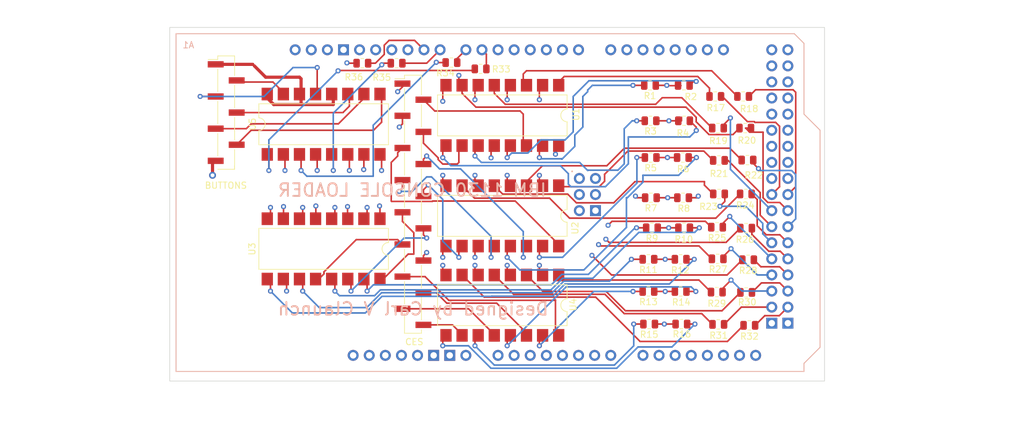
<source format=kicad_pcb>
(kicad_pcb (version 20221018) (generator pcbnew)
  (layers (0 "F.Cu" signal) (1 "In1.Cu" signal) (2 "In2.Cu" power) (31 "B.Cu" signal) (34 "B.Paste" user) (35 "F.Paste" user) (36 "B.SilkS" user "B.Silkscreen") (37 "F.SilkS" user "F.Silkscreen") (38 "B.Mask" user) (39 "F.Mask" user) (44 "Edge.Cuts" user))
  (net 0 "")
  (net 44 "unconnected-(A1-PadD28)")
  (net 54 "Net-(A1-PadD38)")
  (net 55 "Net-(A1-PadD39)")
  (net 56 "Net-(A1-PadD40)")
  (net 57 "Net-(A1-PadD41)")
  (net 58 "Net-(A1-PadD42)")
  (net 59 "Net-(A1-PadD43)")
  (net 60 "Net-(A1-PadD44)")
  (net 61 "Net-(A1-PadD45)")
  (net 62 "Net-(A1-PadD46)")
  (net 63 "Net-(A1-PadD47)")
  (net 64 "Net-(A1-PadD48)")
  (net 65 "Net-(A1-PadD49)")
  (net 66 "Net-(A1-D50_MISO)")
  (net 67 "Net-(A1-D51_MOSI)")
  (net 68 "Net-(A1-D52_SCK)")
  (net 69 "Net-(A1-D53_CS)")
  (net 74 "GND")
  (net 83 "+12V")
  (net 84 "Net-(R1-Pad2)")
  (net 85 "Net-(R2-Pad2)")
  (net 86 "Net-(R3-Pad2)")
  (net 87 "Net-(R4-Pad2)")
  (net 88 "Net-(R5-Pad2)")
  (net 89 "Net-(R6-Pad2)")
  (net 90 "Net-(R7-Pad2)")
  (net 91 "Net-(R8-Pad2)")
  (net 92 "Net-(R9-Pad2)")
  (net 93 "Net-(R10-Pad2)")
  (net 94 "Net-(R11-Pad2)")
  (net 95 "Net-(R12-Pad2)")
  (net 96 "Net-(R13-Pad2)")
  (net 97 "Net-(R14-Pad2)")
  (net 98 "Net-(R15-Pad2)")
  (net 99 "Net-(R16-Pad2)")
  (net 100 "Net-(J1-Pin_4)")
  (net 101 "Net-(J1-Pin_3)")
  (net 102 "Net-(J1-Pin_2)")
  (net 103 "Net-(J1-Pin_1)")
  (net 104 "Net-(J1-Pin_8)")
  (net 105 "Net-(J1-Pin_7)")
  (net 106 "Net-(J1-Pin_6)")
  (net 107 "Net-(J1-Pin_5)")
  (net 108 "Net-(J1-Pin_9)")
  (net 109 "Net-(J1-Pin_12)")
  (net 110 "Net-(J1-Pin_11)")
  (net 111 "Net-(J1-Pin_10)")
  (net 112 "Net-(J1-Pin_16)")
  (net 113 "Net-(J1-Pin_15)")
  (net 114 "Net-(J1-Pin_14)")
  (net 115 "Net-(J1-Pin_13)")
  (net 116 "Net-(J2-Pin_6)")
  (net 117 "Net-(J2-Pin_5)")
  (net 118 "Net-(J2-Pin_4)")
  (net 119 "Net-(J2-Pin_3)")
  (net 120 "Net-(J2-Pin_2)")
  (net 122 "Net-(R17-Pad1)")
  (net 123 "Net-(R18-Pad1)")
  (net 124 "Net-(R19-Pad1)")
  (net 125 "Net-(R20-Pad1)")
  (net 126 "Net-(R21-Pad1)")
  (net 127 "Net-(R22-Pad1)")
  (net 128 "Net-(R23-Pad1)")
  (net 129 "Net-(R24-Pad1)")
  (net 130 "Net-(R25-Pad1)")
  (net 131 "Net-(R26-Pad1)")
  (net 132 "Net-(R27-Pad1)")
  (net 133 "Net-(R28-Pad1)")
  (net 134 "Net-(R29-Pad1)")
  (net 135 "Net-(R30-Pad1)")
  (net 136 "Net-(R31-Pad1)")
  (net 137 "Net-(R32-Pad1)")
  (net 138 "Net-(R33-Pad2)")
  (net 139 "Net-(R34-Pad2)")
  (net 140 "Net-(R35-Pad2)")
  (net 141 "Net-(R36-Pad2)")
  (net 142 "Net-(A1-PadD8)")
  (net 143 "Net-(A1-PadD7)")
  (net 144 "Net-(A1-PadD6)")
  (net 148 "Net-(A1-PadD9)")
  (footprint "Resistor_SMD:R_0805_2012Metric" (layer "F.Cu") (at 177.0505 77.5 180)
    (fp_text reference "R3")
    (fp_text value "470")
  )
  (footprint "Resistor_SMD:R_0805_2012Metric" (layer "F.Cu") (at 187.6375 99.3)
    (fp_text reference "R27")
    (fp_text value "470")
  )
  (footprint "Resistor_SMD:R_0805_2012Metric" (layer "F.Cu") (at 177.1075 89.65 180)
    (fp_text reference "R7")
    (fp_text value "470")
  )
  (footprint "Resistor_SMD:R_0805_2012Metric" (layer "F.Cu") (at 187.5375 94.3)
    (fp_text reference "R25")
    (fp_text value "470")
  )
  (footprint "Resistor_SMD:R_0805_2012Metric" (layer "F.Cu") (at 192.3375 83.7)
    (fp_text reference "R22")
    (fp_text value "470")
  )
  (footprint "Resistor_SMD:R_0805_2012Metric" (layer "F.Cu") (at 187.85 89.05)
    (fp_text reference "R23")
    (fp_text value "470")
  )
  (footprint "Resistor_SMD:R_0805_2012Metric" (layer "F.Cu") (at 182.15 83.3)
    (fp_text reference "R6")
    (fp_text value "470")
  )
  (footprint "Resistor_SMD:R_0805_2012Metric" (layer "F.Cu") (at 192.4375 99.45)
    (fp_text reference "R28")
    (fp_text value "470")
  )
  (footprint "Resistor_SMD:R_0805_2012Metric" (layer "F.Cu") (at 187.6875 78.65)
    (fp_text reference "R19")
    (fp_text value "470")
  )
  (footprint "Resistor_SMD:R_0805_2012Metric" (layer "F.Cu") (at 176.8325 109.6 180)
    (fp_text reference "R15")
    (fp_text value "470")
  )
  (footprint "Resistor_SMD:R_0805_2012Metric" (layer "F.Cu") (at 181.9125 109.6)
    (fp_text reference "R16")
    (fp_text value "470")
  )
  (footprint "Resistor_SMD:R_0805_2012Metric" (layer "F.Cu") (at 182.1875 89.65)
    (fp_text reference "R8")
    (fp_text value "470")
  )
  (footprint "Resistor_SMD:R_0805_2012Metric" (layer "F.Cu") (at 150.2375 69.3 180)
    (fp_text reference "R33")
    (fp_text value "470")
  )
  (footprint "Resistor_SMD:R_0805_2012Metric" (layer "F.Cu") (at 187.8375 83.75)
    (fp_text reference "R21")
    (fp_text value "470")
  )
  (footprint "Resistor_SMD:R_0805_2012Metric" (layer "F.Cu") (at 191.6625 73.65)
    (fp_text reference "R18")
    (fp_text value "470")
  )
  (footprint "Resistor_SMD:R_0805_2012Metric" (layer "F.Cu") (at 182.3375 77.5)
    (fp_text reference "R4")
    (fp_text value "470")
  )
  (footprint "Resistor_SMD:R_0805_2012Metric" (layer "F.Cu") (at 187.2625 73.65)
    (fp_text reference "R17")
    (fp_text value "470")
  )
  (footprint "Resistor_SMD:R_0805_2012Metric" (layer "F.Cu") (at 192.125 94.45)
    (fp_text reference "R26")
    (fp_text value "470")
  )
  (footprint "Resistor_SMD:R_0805_2012Metric" (layer "F.Cu") (at 187.7375 109.65)
    (fp_text reference "R31")
    (fp_text value "470")
  )
  (footprint "PCM_arduino-library:Arduino_Mega2560_R3_Shield" (layer "F.Cu") (at 102.194 117.084237)
    (fp_text reference "A1")
    (fp_text value " ")
  )
  (footprint "Resistor_SMD:R_0805_2012Metric" (layer "F.Cu") (at 176.72 99.37 180)
    (fp_text reference "R11")
    (fp_text value "470")
  )
  (footprint "Resistor_SMD:R_0805_2012Metric" (layer "F.Cu") (at 181.8 99.37)
    (fp_text reference "R12")
    (fp_text value "470")
  )
  (footprint "Resistor_SMD:R_0805_2012Metric" (layer "F.Cu") (at 181.8 104.45)
    (fp_text reference "R14")
    (fp_text value "470")
  )
  (footprint "Resistor_SMD:R_0805_2012Metric" (layer "F.Cu") (at 145.6375 68.3 180)
    (fp_text reference "R34")
    (fp_text value "470")
  )
  (footprint "Resistor_SMD:R_0805_2012Metric" (layer "F.Cu") (at 182.35 94.4)
    (fp_text reference "R10")
    (fp_text value "470")
  )
  (footprint "Package_DIP:SMDIP-16_W9.53mm" (layer "F.Cu") (at 125.476 78.039 90)
    (fp_text reference "U5")
    (fp_text value "LTV-847S" hide)
  )
  (footprint "Resistor_SMD:R_0805_2012Metric" (layer "F.Cu") (at 177.07 83.3 180)
    (fp_text reference "R5")
    (fp_text value "470")
  )
  (footprint "Package_DIP:SMDIP-16_W9.53mm" (layer "F.Cu") (at 153.67 76.647 -90)
    (fp_text reference "U1")
    (fp_text value "LTV-847S" hide)
  )
  (footprint "Package_DIP:SMDIP-16_W9.53mm" (layer "F.Cu") (at 153.67 92.517 -90)
    (fp_text reference "U2")
    (fp_text value "LTV-847S" hide)
  )
  (footprint "Resistor_SMD:R_0805_2012Metric" (layer "F.Cu") (at 176.966 71.9 180)
    (fp_text reference "R1")
    (fp_text value "470")
  )
  (footprint "Resistor_SMD:R_0805_2012Metric" (layer "F.Cu") (at 192.0875 89.05)
    (fp_text reference "R24")
    (fp_text value "470")
  )
  (footprint "Resistor_SMD:R_0805_2012Metric" (layer "F.Cu") (at 192.6375 109.8)
    (fp_text reference "R32")
    (fp_text value "470")
  )
  (footprint "Resistor_SMD:R_0805_2012Metric" (layer "F.Cu") (at 176.72 104.45 180)
    (fp_text reference "R13")
    (fp_text value "470")
  )
  (footprint "Resistor_SMD:R_0805_2012Metric" (layer "F.Cu") (at 192.1375 104.6)
    (fp_text reference "R30")
    (fp_text value "470")
  )
  (footprint "Resistor_SMD:R_0805_2012Metric" (layer "F.Cu") (at 131.5875 68.4 180)
    (fp_text reference "R36")
    (fp_text value "470")
  )
  (footprint "Resistor_SMD:R_0805_2012Metric" (layer "F.Cu") (at 136.9875 68.4 180)
    (fp_text reference "R35")
    (fp_text value "470")
  )
  (footprint "Package_DIP:SMDIP-16_W9.53mm" (layer "F.Cu") (at 125.476 97.729 -90)
    (fp_text reference "U3")
    (fp_text value "LTV-847S" hide)
  )
  (footprint "Resistor_SMD:R_0805_2012Metric" (layer "F.Cu") (at 182.3 71.9)
    (fp_text reference "R2")
    (fp_text value "470")
  )
  (footprint "Package_DIP:SMDIP-16_W9.53mm" (layer "F.Cu") (at 153.67 106.619 -90)
    (fp_text reference "U4")
    (fp_text value "LTV-847S" hide)
  )
  (footprint "Connector_PinHeader_2.54mm:PinHeader_1x16_P2.54mm_Vertical_SMD_Pin1Left" (layer "F.Cu") (at 139.569 90.678)
    (fp_text reference "J1" hide)
    (fp_text value "CES" hide)
  )
  (footprint "Resistor_SMD:R_0805_2012Metric" (layer "F.Cu") (at 191.9875 78.65)
    (fp_text reference "R20")
    (fp_text value "470")
  )
  (footprint "Resistor_SMD:R_0805_2012Metric" (layer "F.Cu") (at 187.5 104.55)
    (fp_text reference "R29")
    (fp_text value "470")
  )
  (footprint "Connector_PinHeader_2.54mm:PinHeader_1x07_P2.54mm_Vertical_SMD_Pin1Left" (layer "F.Cu") (at 110.105 76.2)
    (fp_text reference "J2" hide)
    (fp_text value "BUTTONS" hide)
  )
  (footprint "Resistor_SMD:R_0805_2012Metric" (layer "F.Cu") (at 177.27 94.4 180)
    (fp_text reference "R9")
    (fp_text value "470")
  )
  (gr_rect (start 101.2 62.75) (end 204.5 118.6) (stroke (width 0.1)) (fill none) (layer "Edge.Cuts"))
  (gr_text "IBM 1130 CONSOLE LOADER" (at 139.45 88.45) (layer "B.SilkS") (effects (font (size 2 2) (thickness 0.3)) (justify mirror)))
  (gr_text "Designed by Carl V Claunch" (at 139.6 107.2) (layer "B.SilkS") (effects (font (size 2 2) (thickness 0.3)) (justify mirror)))
  (gr_text "CES" (at 138.25 113) (layer "F.SilkS") (effects (font (size 1 1)) (justify left bottom)))
  (gr_text "BUTTONS" (at 106.65 88.3) (layer "F.SilkS") (effects (font (size 1 1)) (justify left bottom)))
  (segment (start 188.175 73.65) (end 188.362163 73.65) (width 0.25) (layer "F.Cu") (net 54))
  (segment (start 197.4 87.918237) (end 196.174 89.144237) (width 0.25) (layer "F.Cu") (net 54))
  (segment (start 193.525674 77.75) (end 196.781824 77.75) (width 0.25) (layer "F.Cu") (net 54))
  (segment (start 196.781824 77.75) (end 197.4 78.368176) (width 0.25) (layer "F.Cu") (net 54))
  (segment (start 193.400674 77.625) (end 193.525674 77.75) (width 0.25) (layer "F.Cu") (net 54))
  (segment (start 188.362163 73.65) (end 192.337163 77.625) (width 0.25) (layer "F.Cu") (net 54))
  (segment (start 192.337163 77.625) (end 193.400674 77.625) (width 0.25) (layer "F.Cu") (net 54))
  (segment (start 197.4 78.368176) (end 197.4 87.918237) (width 0.25) (layer "F.Cu") (net 54))
  (segment (start 199.95 87.908237) (end 198.714 89.144237) (width 0.25) (layer "F.Cu") (net 55))
  (segment (start 199.55 72.6) (end 199.95 73) (width 0.25) (layer "F.Cu") (net 55))
  (segment (start 192.575 73.65) (end 193.625 72.6) (width 0.25) (layer "F.Cu") (net 55))
  (segment (start 193.625 72.6) (end 199.55 72.6) (width 0.25) (layer "F.Cu") (net 55))
  (segment (start 199.95 73) (end 199.95 87.908237) (width 0.25) (layer "F.Cu") (net 55))
  (segment (start 188.6 78.65) (end 188.6 78.1) (width 0.25) (layer "F.Cu") (net 56))
  (segment (start 188.6 78.1) (end 189.65 77.05) (width 0.25) (layer "F.Cu") (net 56))
  (via (at 189.65 77.05) (size 0.8) (drill 0.4) (layers "F.Cu" "B.Cu") (net 56))
  (segment (start 189.65 85.160237) (end 196.174 91.684237) (width 0.25) (layer "B.Cu") (net 56))
  (segment (start 189.65 77.05) (end 189.65 85.160237) (width 0.25) (layer "B.Cu") (net 56))
  (segment (start 192.7 79.3) (end 192.05 78.65) (width 0.25) (layer "F.Cu") (net 57))
  (segment (start 195.55 90.4) (end 194.8 89.65) (width 0.25) (layer "F.Cu") (net 57))
  (segment (start 194.8 89.65) (end 194.8 79.3) (width 0.25) (layer "F.Cu") (net 57))
  (segment (start 192.05 78.65) (end 192.9 78.65) (width 0.25) (layer "F.Cu") (net 57))
  (segment (start 194.8 79.3) (end 192.7 79.3) (width 0.25) (layer "F.Cu") (net 57))
  (segment (start 198.714 91.684237) (end 197.429763 90.4) (width 0.25) (layer "F.Cu") (net 57))
  (segment (start 197.429763 90.4) (end 195.55 90.4) (width 0.25) (layer "F.Cu") (net 57))
  (segment (start 189.2625 83.75) (end 194.35 88.8375) (width 0.25) (layer "F.Cu") (net 58))
  (segment (start 194.35 88.8375) (end 194.35 92.400237) (width 0.25) (layer "F.Cu") (net 58))
  (segment (start 188.75 83.75) (end 189.2625 83.75) (width 0.25) (layer "F.Cu") (net 58))
  (segment (start 194.35 92.400237) (end 196.174 94.224237) (width 0.25) (layer "F.Cu") (net 58))
  (segment (start 193.25 84.2245) (end 193.25 83.7) (width 0.25) (layer "F.Cu") (net 59))
  (segment (start 194.0755 85.05) (end 193.25 84.2245) (width 0.25) (layer "F.Cu") (net 59))
  (via (at 194.0755 85.05) (size 0.8) (drill 0.4) (layers "F.Cu" "B.Cu") (net 59))
  (segment (start 199.95 92.988237) (end 198.714 94.224237) (width 0.25) (layer "B.Cu") (net 59))
  (segment (start 194.3755 85.35) (end 199.3 85.35) (width 0.25) (layer "B.Cu") (net 59))
  (segment (start 194.0755 85.05) (end 194.3755 85.35) (width 0.25) (layer "B.Cu") (net 59))
  (segment (start 199.95 86) (end 199.95 92.988237) (width 0.25) (layer "B.Cu") (net 59))
  (segment (start 199.3 85.35) (end 199.95 86) (width 0.25) (layer "B.Cu") (net 59))
  (segment (start 188.7625 89.05) (end 188.7625 90.2375) (width 0.25) (layer "F.Cu") (net 60))
  (segment (start 188.7625 90.2375) (end 188 91) (width 0.25) (layer "F.Cu") (net 60))
  (via (at 188 91) (size 0.8) (drill 0.4) (layers "F.Cu" "B.Cu") (net 60))
  (segment (start 194.75 95.340237) (end 196.174 96.764237) (width 0.25) (layer "B.Cu") (net 60))
  (segment (start 188 91) (end 192.05 91) (width 0.25) (layer "B.Cu") (net 60))
  (segment (start 192.05 91) (end 194.75 93.7) (width 0.25) (layer "B.Cu") (net 60))
  (segment (start 194.75 93.7) (end 194.75 95.340237) (width 0.25) (layer "B.Cu") (net 60))
  (segment (start 193 89.05) (end 193.875 89.925) (width 0.25) (layer "F.Cu") (net 61))
  (segment (start 197.449763 95.5) (end 198.714 96.764237) (width 0.25) (layer "F.Cu") (net 61))
  (segment (start 193.875 89.925) (end 193.875 94.075) (width 0.25) (layer "F.Cu") (net 61))
  (segment (start 193.875 94.075) (end 195.3 95.5) (width 0.25) (layer "F.Cu") (net 61))
  (segment (start 195.3 95.5) (end 197.449763 95.5) (width 0.25) (layer "F.Cu") (net 61))
  (segment (start 188.45 94.3) (end 188.45 93.7) (width 0.25) (layer "F.Cu") (net 62))
  (segment (start 188.45 93.7) (end 189.55 92.6) (width 0.25) (layer "F.Cu") (net 62))
  (via (at 189.55 92.6) (size 0.8) (drill 0.4) (layers "F.Cu" "B.Cu") (net 62))
  (segment (start 189.55 92.680237) (end 196.174 99.304237) (width 0.25) (layer "B.Cu") (net 62))
  (segment (start 189.55 92.6) (end 189.55 92.680237) (width 0.25) (layer "B.Cu") (net 62))
  (segment (start 197.509763 98.1) (end 198.714 99.304237) (width 0.25) (layer "F.Cu") (net 63))
  (segment (start 193.0375 94.45) (end 193.0375 95.4375) (width 0.25) (layer "F.Cu") (net 63))
  (segment (start 195.7 98.1) (end 197.509763 98.1) (width 0.25) (layer "F.Cu") (net 63))
  (segment (start 193.0375 95.4375) (end 195.7 98.1) (width 0.25) (layer "F.Cu") (net 63))
  (segment (start 188.55 98.9) (end 189.75 97.7) (width 0.25) (layer "F.Cu") (net 64))
  (segment (start 188.55 99.3) (end 188.55 98.9) (width 0.25) (layer "F.Cu") (net 64))
  (via (at 189.75 97.7) (size 0.8) (drill 0.4) (layers "F.Cu" "B.Cu") (net 64))
  (segment (start 193.894237 101.844237) (end 196.174 101.844237) (width 0.25) (layer "B.Cu") (net 64))
  (segment (start 189.75 97.7) (end 193.894237 101.844237) (width 0.25) (layer "B.Cu") (net 64))
  (segment (start 197.419763 100.55) (end 198.714 101.844237) (width 0.25) (layer "F.Cu") (net 65))
  (segment (start 194.45 100.55) (end 197.419763 100.55) (width 0.25) (layer "F.Cu") (net 65))
  (segment (start 193.35 99.45) (end 194.45 100.55) (width 0.25) (layer "F.Cu") (net 65))
  (segment (start 188.4125 104.55) (end 188.4125 103.9875) (width 0.25) (layer "F.Cu") (net 66))
  (segment (start 188.4125 103.9875) (end 189.75 102.65) (width 0.25) (layer "F.Cu") (net 66))
  (via (at 189.75 102.65) (size 0.8) (drill 0.4) (layers "F.Cu" "B.Cu") (net 66))
  (segment (start 189.75 102.65) (end 191.484237 104.384237) (width 0.25) (layer "B.Cu") (net 66))
  (segment (start 191.484237 104.384237) (end 196.174 104.384237) (width 0.25) (layer "B.Cu") (net 66))
  (segment (start 194.55 103.1) (end 197.429763 103.1) (width 0.25) (layer "F.Cu") (net 67))
  (segment (start 197.429763 103.1) (end 198.714 104.384237) (width 0.25) (layer "F.Cu") (net 67))
  (segment (start 193.05 104.6) (end 194.55 103.1) (width 0.25) (layer "F.Cu") (net 67))
  (segment (start 188.65 109.65) (end 191.375763 106.924237) (width 0.25) (layer "F.Cu") (net 68))
  (segment (start 191.375763 106.924237) (end 196.174 106.924237) (width 0.25) (layer "F.Cu") (net 68))
  (segment (start 195.074363 108.275637) (end 197.3626 108.275637) (width 0.25) (layer "F.Cu") (net 69))
  (segment (start 193.55 109.8) (end 195.074363 108.275637) (width 0.25) (layer "F.Cu") (net 69))
  (segment (start 197.3626 108.275637) (end 198.714 106.924237) (width 0.25) (layer "F.Cu") (net 69))
  (segment (start 179.9135 94.4) (end 178.1825 94.4) (width 0.25) (layer "F.Cu") (net 74))
  (segment (start 127.254 92.964) (end 127.254 91.186) (width 0.25) (layer "F.Cu") (net 74))
  (segment (start 132.334 92.964) (end 132.334 91.1865) (width 0.25) (layer "F.Cu") (net 74))
  (segment (start 177.6325 104.45) (end 179.3635 104.45) (width 0.25) (layer "F.Cu") (net 74))
  (segment (start 154.432 87.752) (end 154.432 86.106) (width 0.25) (layer "F.Cu") (net 74))
  (segment (start 177.745 109.6) (end 179.222 109.6) (width 0.25) (layer "F.Cu") (net 74))
  (segment (start 179.6095 71.9) (end 179.6565 71.947) (width 0.25) (layer "F.Cu") (net 74))
  (segment (start 179.9135 94.4) (end 181.4375 94.4) (width 0.25) (layer "F.Cu") (net 74))
  (segment (start 107.95 86.106) (end 107.95 84.32) (width 0.5) (layer "F.Cu") (net 74))
  (segment (start 134.62 82.804) (end 134.62 85.344) (width 0.25) (layer "F.Cu") (net 74))
  (segment (start 119.38 82.804) (end 119.38 85.344) (width 0.25) (layer "F.Cu") (net 74))
  (segment (start 159.512 87.752) (end 159.512 86.106) (width 0.25) (layer "F.Cu") (net 74))
  (segment (start 159.512 101.722) (end 159.512 100.33) (width 0.25) (layer "F.Cu") (net 74))
  (segment (start 144.272 71.882) (end 144.272 74.422) (width 0.25) (layer "F.Cu") (net 74))
  (segment (start 129.54 82.804) (end 129.54 85.344) (width 0.25) (layer "F.Cu") (net 74))
  (segment (start 159.512 71.882) (end 159.512 74.168) (width 0.25) (layer "F.Cu") (net 74))
  (segment (start 149.352 101.722) (end 149.352 100.33) (width 0.25) (layer "F.Cu") (net 74))
  (segment (start 107.95 84.32) (end 108.45 83.82) (width 0.25) (layer "F.Cu") (net 74))
  (segment (start 179.6565 71.947) (end 181.8485 71.947) (width 0.25) (layer "F.Cu") (net 74))
  (segment (start 122.174 92.964) (end 122.174 91.186) (width 0.25) (layer "F.Cu") (net 74))
  (segment (start 149.352 87.752) (end 149.352 86.106) (width 0.25) (layer "F.Cu") (net 74))
  (segment (start 179.948 77.5) (end 177.963 77.5) (width 0.25) (layer "F.Cu") (net 74))
  (segment (start 177.963 77.5) (end 177.963 76.945) (width 0.25) (layer "F.Cu") (net 74))
  (segment (start 177.8785 71.9) (end 179.6095 71.9) (width 0.25) (layer "F.Cu") (net 74))
  (segment (start 181.933 77.5) (end 181.933 76.945) (width 0.25) (layer "F.Cu") (net 74))
  (segment (start 181.275 89.65) (end 179.751 89.65) (width 0.25) (layer "F.Cu") (net 74))
  (segment (start 124.46 82.804) (end 124.46 85.344) (width 0.25) (layer "F.Cu") (net 74))
  (segment (start 177.6325 99.37) (end 179.3635 99.37) (width 0.25) (layer "F.Cu") (net 74))
  (segment (start 154.432 71.882) (end 154.432 74.168) (width 0.25) (layer "F.Cu") (net 74))
  (segment (start 177.9825 83.3) (end 179.7135 83.3) (width 0.25) (layer "F.Cu") (net 74))
  (segment (start 180.8875 104.45) (end 179.3635 104.45) (width 0.25) (layer "F.Cu") (net 74))
  (segment (start 178.02 89.65) (end 179.751 89.65) (width 0.25) (layer "F.Cu") (net 74))
  (segment (start 154.432 101.722) (end 154.432 100.33) (width 0.25) (layer "F.Cu") (net 74))
  (segment (start 179.7135 83.3) (end 181.2375 83.3) (width 0.25) (layer "F.Cu") (net 74))
  (segment (start 181 109.6) (end 179.222 109.6) (width 0.25) (layer "F.Cu") (net 74))
  (segment (start 181.425 77.5) (end 179.948 77.5) (width 0.25) (layer "F.Cu") (net 74))
  (segment (start 149.352 71.882) (end 149.352 74.168) (width 0.25) (layer "F.Cu") (net 74))
  (segment (start 180.8875 99.37) (end 179.3635 99.37) (width 0.25) (layer "F.Cu") (net 74))
  (segment (start 117.094 92.964) (end 117.094 91.186) (width 0.25) (layer "F.Cu") (net 74))
  (segment (start 144.272 87.752) (end 144.272 86.106) (width 0.25) (layer "F.Cu") (net 74))
  (segment (start 144.272 101.722) (end 144.272 100.33) (width 0.25) (layer "F.Cu") (net 74))
  (via (at 159.512 100.33) (size 0.8) (drill 0.4) (layers "F.Cu" "B.Cu") (net 74))
  (via (at 179.3635 104.45) (size 0.8) (drill 0.4) (layers "F.Cu" "B.Cu") (net 74))
  (via (at 159.512 74.168) (size 0.8) (drill 0.4) (layers "F.Cu" "B.Cu") (net 74))
  (via (at 179.751 89.65) (size 0.8) (drill 0.4) (layers "F.Cu" "B.Cu") (net 74))
  (via (at 179.6095 71.9) (size 0.8) (drill 0.4) (layers "F.Cu" "B.Cu") (net 74))
  (via (at 154.432 86.106) (size 0.8) (drill 0.4) (layers "F.Cu" "B.Cu") (net 74))
  (via (at 127.254 91.186) (size 0.8) (drill 0.4) (layers "F.Cu" "B.Cu") (net 74))
  (via (at 179.222 109.6) (size 0.8) (drill 0.4) (layers "F.Cu" "B.Cu") (net 74))
  (via (at 154.432 100.33) (size 0.8) (drill 0.4) (layers "F.Cu" "B.Cu") (net 74))
  (via (at 179.948 77.5) (size 0.8) (drill 0.4) (layers "F.Cu" "B.Cu") (net 74))
  (via (at 149.352 86.106) (size 0.8) (drill 0.4) (layers "F.Cu" "B.Cu") (net 74))
  (via (at 107.95 86.106) (size 1.1) (drill 0.6) (layers "F.Cu" "B.Cu") (net 74))
  (via (at 144.272 100.33) (size 0.8) (drill 0.4) (layers "F.Cu" "B.Cu") (net 74))
  (via (at 149.352 100.33) (size 0.8) (drill 0.4) (layers "F.Cu" "B.Cu") (net 74))
  (via (at 132.334 91.1865) (size 0.8) (drill 0.4) (layers "F.Cu" "B.Cu") (net 74))
  (via (at 144.272 74.422) (size 0.8) (drill 0.4) (layers "F.Cu" "B.Cu") (net 74))
  (via (at 129.54 85.344) (size 0.8) (drill 0.4) (layers "F.Cu" "B.Cu") (net 74))
  (via (at 179.9135 94.4) (size 0.8) (drill 0.4) (layers "F.Cu" "B.Cu") (net 74))
  (via (at 154.432 74.168) (size 0.8) (drill 0.4) (layers "F.Cu" "B.Cu") (net 74))
  (via (at 124.46 85.344) (size 0.8) (drill 0.4) (layers "F.Cu" "B.Cu") (net 74))
  (via (at 149.352 74.168) (size 0.8) (drill 0.4) (layers "F.Cu" "B.Cu") (net 74))
  (via (at 134.62 85.344) (size 0.8) (drill 0.4) (layers "F.Cu" "B.Cu") (net 74))
  (via (at 179.7135 83.3) (size 0.8) (drill 0.4) (layers "F.Cu" "B.Cu") (net 74))
  (via (at 117.094 91.186) (size 0.8) (drill 0.4) (layers "F.Cu" "B.Cu") (net 74))
  (via (at 159.512 86.106) (size 0.8) (drill 0.4) (layers "F.Cu" "B.Cu") (net 74))
  (via (at 119.38 85.344) (size 0.8) (drill 0.4) (layers "F.Cu" "B.Cu") (net 74))
  (via (at 179.3635 99.37) (size 0.8) (drill 0.4) (layers "F.Cu" "B.Cu") (net 74))
  (via (at 144.272 86.106) (size 0.8) (drill 0.4) (layers "F.Cu" "B.Cu") (net 74))
  (via (at 122.174 91.186) (size 0.8) (drill 0.4) (layers "F.Cu" "B.Cu") (net 74))
  (segment (start 117.602 74.93) (end 122.174 74.93) (width 0.5) (layer "F.Cu") (net 83))
  (segment (start 108.45 68.58) (end 114.3 68.58) (width 0.5) (layer "F.Cu") (net 83))
  (segment (start 114.554 68.834) (end 116.332 70.612) (width 0.5) (layer "F.Cu") (net 83))
  (segment (start 121.666 70.612) (end 121.92 70.866) (width 0.5) (layer "F.Cu") (net 83))
  (segment (start 122.174 74.93) (end 127 74.93) (width 0.5) (layer "F.Cu") (net 83))
  (segment (start 121.92 74.676) (end 122.174 74.93) (width 0.25) (layer "F.Cu") (net 83))
  (segment (start 127 73.274) (end 127 74.93) (width 0.5) (layer "F.Cu") (net 83))
  (segment (start 116.84 74.168) (end 117.602 74.93) (width 0.5) (layer "F.Cu") (net 83))
  (segment (start 116.84 73.274) (end 116.84 74.168) (width 0.25) (layer "F.Cu") (net 83))
  (segment (start 114.3 68.58) (end 114.554 68.834) (width 0.25) (layer "F.Cu") (net 83))
  (segment (start 121.92 73.274) (end 121.92 70.866) (width 0.5) (layer "F.Cu") (net 83))
  (segment (start 116.332 70.612) (end 121.666 70.612) (width 0.5) (layer "F.Cu") (net 83))
  (segment (start 121.92 73.274) (end 121.92 74.676) (width 0.5) (layer "F.Cu") (net 83))
  (segment (start 159.512 81.412) (end 159.512 83.312) (width 0.25) (layer "F.Cu") (net 84))
  (segment (start 176.0535 71.9) (end 176.0535 71.56293) (width 0.25) (layer "F.Cu") (net 84))
  (segment (start 176.0535 71.9) (end 174.2755 71.9) (width 0.25) (layer "F.Cu") (net 84))
  (via (at 174.2755 71.9) (size 0.8) (drill 0.4) (layers "F.Cu" "B.Cu") (net 84))
  (via (at 159.512 83.312) (size 0.8) (drill 0.4) (layers "F.Cu" "B.Cu") (net 84))
  (segment (start 165.1 81.534) (end 163.068 83.566) (width 0.25) (layer "B.Cu") (net 84))
  (segment (start 167.876 71.9) (end 167.132 72.644) (width 0.25) (layer "B.Cu") (net 84))
  (segment (start 165.1 79.756) (end 165.1 81.534) (width 0.25) (layer "B.Cu") (net 84))
  (segment (start 166.37 73.66) (end 166.37 78.486) (width 0.25) (layer "B.Cu") (net 84))
  (segment (start 159.699237 83.499237) (end 159.512 83.312) (width 0.25) (layer "B.Cu") (net 84))
  (segment (start 174.2755 71.9) (end 167.876 71.9) (width 0.25) (layer "B.Cu") (net 84))
  (segment (start 163.001237 83.499237) (end 159.699237 83.499237) (width 0.25) (layer "B.Cu") (net 84))
  (segment (start 166.37 78.486) (end 165.1 79.756) (width 0.25) (layer "B.Cu") (net 84))
  (segment (start 167.132 72.898) (end 166.37 73.66) (width 0.25) (layer "B.Cu") (net 84))
  (segment (start 163.068 83.566) (end 163.001237 83.499237) (width 0.25) (layer "B.Cu") (net 84))
  (segment (start 167.132 72.644) (end 167.132 72.898) (width 0.25) (layer "B.Cu") (net 84))
  (segment (start 154.432 81.412) (end 154.432 83.312) (width 0.25) (layer "F.Cu") (net 85))
  (segment (start 183.834487 71.278013) (end 183.2125 71.9) (width 0.25) (layer "F.Cu") (net 85))
  (segment (start 184.251506 71.278013) (end 183.834487 71.278013) (width 0.25) (layer "F.Cu") (net 85))
  (via (at 154.432 83.312) (size 0.8) (drill 0.4) (layers "F.Cu" "B.Cu") (net 85))
  (via (at 184.251506 71.278013) (size 0.8) (drill 0.4) (layers "F.Cu" "B.Cu") (net 85))
  (segment (start 157.697 82.587) (end 155.157 82.587) (width 0.25) (layer "B.Cu") (net 85))
  (segment (start 163.576 80.518) (end 159.766 80.518) (width 0.25) (layer "B.Cu") (net 85))
  (segment (start 167.331 71.175) (end 164.846 73.66) (width 0.25) (layer "B.Cu") (net 85))
  (segment (start 184.067513 71.278013) (end 184.251506 71.278013) (width 0.25) (layer "B.Cu") (net 85))
  (segment (start 155.157 82.587) (end 154.432 83.312) (width 0.25) (layer "B.Cu") (net 85))
  (segment (start 184.148493 71.175) (end 167.331 71.175) (width 0.25) (layer "B.Cu") (net 85))
  (segment (start 184.251506 71.278013) (end 184.148493 71.175) (width 0.25) (layer "B.Cu") (net 85))
  (segment (start 164.846 73.66) (end 164.846 79.248) (width 0.25) (layer "B.Cu") (net 85))
  (segment (start 164.846 79.248) (end 163.576 80.518) (width 0.25) (layer "B.Cu") (net 85))
  (segment (start 159.766 80.518) (end 157.697 82.587) (width 0.25) (layer "B.Cu") (net 85))
  (segment (start 176.138 77.5) (end 174.868 77.5) (width 0.25) (layer "F.Cu") (net 86))
  (segment (start 149.352 81.412) (end 149.352 83.058) (width 0.25) (layer "F.Cu") (net 86))
  (via (at 174.868 77.5) (size 0.8) (drill 0.4) (layers "F.Cu" "B.Cu") (net 86))
  (via (at 149.352 83.058) (size 0.8) (drill 0.4) (layers "F.Cu" "B.Cu") (net 86))
  (segment (start 165.862 84.074) (end 150.368 84.074) (width 0.25) (layer "B.Cu") (net 86))
  (segment (start 167.132 85.344) (end 165.862 84.074) (width 0.25) (layer "B.Cu") (net 86))
  (segment (start 167.176 85.3) (end 167.132 85.344) (width 0.25) (layer "B.Cu") (net 86))
  (segment (start 172.9 78.75) (end 172.9 84.3) (width 0.25) (layer "B.Cu") (net 86))
  (segment (start 174.15 77.5) (end 172.9 78.75) (width 0.25) (layer "B.Cu") (net 86))
  (segment (start 174.868 77.5) (end 174.15 77.5) (width 0.25) (layer "B.Cu") (net 86))
  (segment (start 150.368 84.074) (end 149.352 83.058) (width 0.25) (layer "B.Cu") (net 86))
  (segment (start 171.9 85.3) (end 167.176 85.3) (width 0.25) (layer "B.Cu") (net 86))
  (segment (start 172.9 84.3) (end 171.9 85.3) (width 0.25) (layer "B.Cu") (net 86))
  (segment (start 144.272 81.412) (end 144.272 83.312) (width 0.25) (layer "F.Cu") (net 87))
  (segment (start 184.266 79.024) (end 184.266 78.516) (width 0.25) (layer "F.Cu") (net 87))
  (segment (start 184.266 78.516) (end 183.25 77.5) (width 0.25) (layer "F.Cu") (net 87))
  (via (at 184.266 79.024) (size 0.8) (drill 0.4) (layers "F.Cu" "B.Cu") (net 87))
  (via (at 144.272 83.312) (size 0.8) (drill 0.4) (layers "F.Cu" "B.Cu") (net 87))
  (segment (start 173.55 84.286396) (end 173.55 80.05) (width 0.25) (layer "B.Cu") (net 87))
  (segment (start 162.814 84.582) (end 164.084 85.852) (width 0.25) (layer "B.Cu") (net 87))
  (segment (start 145.542 84.582) (end 162.814 84.582) (width 0.25) (layer "B.Cu") (net 87))
  (segment (start 144.272 83.312) (end 145.542 84.582) (width 0.25) (layer "B.Cu") (net 87))
  (segment (start 164.084 87.5) (end 164.484 87.9) (width 0.25) (layer "B.Cu") (net 87))
  (segment (start 164.084 85.852) (end 164.084 87.5) (width 0.25) (layer "B.Cu") (net 87))
  (segment (start 173.55 80.05) (end 183.24 80.05) (width 0.25) (layer "B.Cu") (net 87))
  (segment (start 183.24 80.05) (end 184.266 79.024) (width 0.25) (layer "B.Cu") (net 87))
  (segment (start 169.936396 87.9) (end 173.55 84.286396) (width 0.25) (layer "B.Cu") (net 87))
  (segment (start 164.484 87.9) (end 169.936396 87.9) (width 0.25) (layer "B.Cu") (net 87))
  (segment (start 176.1575 83.3) (end 174.8875 83.3) (width 0.25) (layer "F.Cu") (net 88))
  (segment (start 159.512 97.282) (end 159.512 99.06) (width 0.25) (layer "F.Cu") (net 88))
  (via (at 159.512 99.06) (size 0.8) (drill 0.4) (layers "F.Cu" "B.Cu") (net 88))
  (via (at 174.8875 83.3) (size 0.8) (drill 0.4) (layers "F.Cu" "B.Cu") (net 88))
  (segment (start 174.9 87.332057) (end 174.9 83.3125) (width 0.25) (layer "B.Cu") (net 88))
  (segment (start 163.172057 99.06) (end 174.9 87.332057) (width 0.25) (layer "B.Cu") (net 88))
  (segment (start 159.512 99.06) (end 163.172057 99.06) (width 0.25) (layer "B.Cu") (net 88))
  (segment (start 174.9 83.3125) (end 174.8875 83.3) (width 0.25) (layer "B.Cu") (net 88))
  (segment (start 183.0625 83.3) (end 184.2855 83.3) (width 0.25) (layer "F.Cu") (net 89))
  (segment (start 154.432 97.282) (end 154.432 99.06) (width 0.25) (layer "F.Cu") (net 89))
  (via (at 184.2855 83.3) (size 0.8) (drill 0.4) (layers "F.Cu" "B.Cu") (net 89))
  (via (at 154.432 99.06) (size 0.8) (drill 0.4) (layers "F.Cu" "B.Cu") (net 89))
  (segment (start 173.391695 89.65) (end 173.25 89.65) (width 0.25) (layer "B.Cu") (net 89))
  (segment (start 156.427 101.055) (end 166.5305 101.055) (width 0.25) (layer "B.Cu") (net 89))
  (segment (start 166.5305 101.055) (end 173.25 94.3355) (width 0.25) (layer "B.Cu") (net 89))
  (segment (start 181.4855 86.1) (end 184.2855 83.3) (width 0.25) (layer "B.Cu") (net 89))
  (segment (start 175.85 87.191695) (end 173.391695 89.65) (width 0.25) (layer "B.Cu") (net 89))
  (segment (start 173.25 94.3355) (end 173.25 89.65) (width 0.25) (layer "B.Cu") (net 89))
  (segment (start 175.85 86.1) (end 175.85 87.191695) (width 0.25) (layer "B.Cu") (net 89))
  (segment (start 154.432 99.06) (end 156.427 101.055) (width 0.25) (layer "B.Cu") (net 89))
  (segment (start 175.85 86.1) (end 181.4855 86.1) (width 0.25) (layer "B.Cu") (net 89))
  (segment (start 176.195 89.65) (end 174.925 89.65) (width 0.25) (layer "F.Cu") (net 90))
  (segment (start 174.925 89.65) (end 174.671 89.396) (width 0.25) (layer "F.Cu") (net 90))
  (segment (start 149.352 97.282) (end 149.352 99.06) (width 0.25) (layer "F.Cu") (net 90))
  (via (at 174.671 89.396) (size 0.8) (drill 0.4) (layers "F.Cu" "B.Cu") (net 90))
  (via (at 149.352 99.06) (size 0.8) (drill 0.4) (layers "F.Cu" "B.Cu") (net 90))
  (segment (start 144.272 97.282) (end 144.272 99.06) (width 0.25) (layer "F.Cu") (net 91))
  (segment (start 183.1 89.65) (end 184.323 89.65) (width 0.25) (layer "F.Cu") (net 91))
  (segment (start 184.323 89.65) (end 184.577 89.396) (width 0.25) (layer "F.Cu") (net 91))
  (via (at 184.577 89.396) (size 0.8) (drill 0.4) (layers "F.Cu" "B.Cu") (net 91))
  (via (at 144.272 99.06) (size 0.8) (drill 0.4) (layers "F.Cu" "B.Cu") (net 91))
  (segment (start 176.3575 94.4) (end 174.8335 94.4) (width 0.25) (layer "F.Cu") (net 92))
  (segment (start 132.334 102.494) (end 132.334 104.394) (width 0.25) (layer "F.Cu") (net 92))
  (via (at 174.8335 94.4) (size 0.8) (drill 0.4) (layers "F.Cu" "B.Cu") (net 92))
  (via (at 132.334 104.394) (size 0.8) (drill 0.4) (layers "F.Cu" "B.Cu") (net 92))
  (segment (start 161.4 103.4) (end 133.328 103.4) (width 0.25) (layer "B.Cu") (net 92))
  (segment (start 174.6 94.4) (end 167.25 101.75) (width 0.25) (layer "B.Cu") (net 92))
  (segment (start 174.8335 94.4) (end 174.6 94.4) (width 0.25) (layer "B.Cu") (net 92))
  (segment (start 167.25 101.75) (end 163.05 101.75) (width 0.25) (layer "B.Cu") (net 92))
  (segment (start 163.05 101.75) (end 161.4 103.4) (width 0.25) (layer "B.Cu") (net 92))
  (segment (start 133.328 103.4) (end 132.334 104.394) (width 0.25) (layer "B.Cu") (net 92))
  (segment (start 183.2625 94.4) (end 184.7395 94.4) (width 0.25) (layer "F.Cu") (net 93))
  (segment (start 127.254 102.494) (end 127.254 104.394) (width 0.25) (layer "F.Cu") (net 93))
  (via (at 127.254 104.394) (size 0.8) (drill 0.4) (layers "F.Cu" "B.Cu") (net 93))
  (via (at 184.7395 94.4) (size 0.8) (drill 0.4) (layers "F.Cu" "B.Cu") (net 93))
  (segment (start 161.354812 104.198) (end 134.433604 104.198) (width 0.25) (layer "B.Cu") (net 93))
  (segment (start 184.0145 95.125) (end 175.2 95.125) (width 0.25) (layer "B.Cu") (net 93))
  (segment (start 134.433604 104.198) (end 133.512604 105.119) (width 0.25) (layer "B.Cu") (net 93))
  (segment (start 163.177812 102.375) (end 161.354812 104.198) (width 0.25) (layer "B.Cu") (net 93))
  (segment (start 133.512604 105.119) (end 127.979 105.119) (width 0.25) (layer "B.Cu") (net 93))
  (segment (start 167.95 102.375) (end 163.177812 102.375) (width 0.25) (layer "B.Cu") (net 93))
  (segment (start 175.2 95.125) (end 167.95 102.375) (width 0.25) (layer "B.Cu") (net 93))
  (segment (start 127.979 105.119) (end 127.254 104.394) (width 0.25) (layer "B.Cu") (net 93))
  (segment (start 184.7395 94.4) (end 184.0145 95.125) (width 0.25) (layer "B.Cu") (net 93))
  (segment (start 175.8075 99.37) (end 174.0295 99.37) (width 0.25) (layer "F.Cu") (net 94))
  (segment (start 122.174 102.494) (end 122.174 104.394) (width 0.25) (layer "F.Cu") (net 94))
  (via (at 174.0295 99.37) (size 0.8) (drill 0.4) (layers "F.Cu" "B.Cu") (net 94))
  (via (at 122.174 104.394) (size 0.8) (drill 0.4) (layers "F.Cu" "B.Cu") (net 94))
  (segment (start 124.78 107) (end 122.174 104.394) (width 0.25) (layer "B.Cu") (net 94))
  (segment (start 161.541208 104.648) (end 134.62 104.648) (width 0.25) (layer "B.Cu") (net 94))
  (segment (start 163.364208 102.825) (end 161.541208 104.648) (width 0.25) (layer "B.Cu") (net 94))
  (segment (start 174.0295 99.37) (end 170.5745 102.825) (width 0.25) (layer "B.Cu") (net 94))
  (segment (start 170.5745 102.825) (end 163.364208 102.825) (width 0.25) (layer "B.Cu") (net 94))
  (segment (start 134.62 104.648) (end 132.268 107) (width 0.25) (layer "B.Cu") (net 94))
  (segment (start 132.268 107) (end 124.78 107) (width 0.25) (layer "B.Cu") (net 94))
  (segment (start 117.094 102.494) (end 117.094 104.394) (width 0.25) (layer "F.Cu") (net 95))
  (segment (start 182.7125 99.37) (end 183.9355 99.37) (width 0.25) (layer "F.Cu") (net 95))
  (via (at 117.094 104.394) (size 0.8) (drill 0.4) (layers "F.Cu" "B.Cu") (net 95))
  (via (at 183.9355 99.37) (size 0.8) (drill 0.4) (layers "F.Cu" "B.Cu") (net 95))
  (segment (start 152 105.2) (end 151.972802 105.227198) (width 0.25) (layer "B.Cu") (net 95))
  (segment (start 117.094 104.394) (end 120.55 107.85) (width 0.25) (layer "B.Cu") (net 95))
  (segment (start 180.0305 103.275) (end 163.550604 103.275) (width 0.25) (layer "B.Cu") (net 95))
  (segment (start 183.9355 99.37) (end 180.0305 103.275) (width 0.25) (layer "B.Cu") (net 95))
  (segment (start 163.550604 103.275) (end 161.625604 105.2) (width 0.25) (layer "B.Cu") (net 95))
  (segment (start 161.625604 105.2) (end 152 105.2) (width 0.25) (layer "B.Cu") (net 95))
  (segment (start 151.972802 105.227198) (end 134.677198 105.227198) (width 0.25) (layer "B.Cu") (net 95))
  (segment (start 132.054396 107.85) (end 134.677198 105.227198) (width 0.25) (layer "B.Cu") (net 95))
  (segment (start 120.55 107.85) (end 132.054396 107.85) (width 0.25) (layer "B.Cu") (net 95))
  (segment (start 175.8075 104.45) (end 174.2835 104.45) (width 0.25) (layer "F.Cu") (net 96))
  (segment (start 159.512 111.252) (end 159.512 113.03) (width 0.25) (layer "F.Cu") (net 96))
  (via (at 159.512 113.03) (size 0.8) (drill 0.4) (layers "F.Cu" "B.Cu") (net 96))
  (via (at 174.2835 104.45) (size 0.8) (drill 0.4) (layers "F.Cu" "B.Cu") (net 96))
  (segment (start 174.2835 104.45) (end 168.092 104.45) (width 0.25) (layer "B.Cu") (net 96))
  (segment (start 168.092 104.45) (end 159.512 113.03) (width 0.25) (layer "B.Cu") (net 96))
  (segment (start 154.432 111.252) (end 154.432 113.03) (width 0.25) (layer "F.Cu") (net 97))
  (segment (start 182.7125 104.45) (end 184.1895 104.45) (width 0.25) (layer "F.Cu") (net 97))
  (via (at 154.432 113.03) (size 0.8) (drill 0.4) (layers "F.Cu" "B.Cu") (net 97))
  (via (at 184.1895 104.45) (size 0.8) (drill 0.4) (layers "F.Cu" "B.Cu") (net 97))
  (segment (start 184.1895 104.45) (end 183.4645 103.725) (width 0.25) (layer "B.Cu") (net 97))
  (segment (start 163.737 103.725) (end 154.432 113.03) (width 0.25) (layer "B.Cu") (net 97))
  (segment (start 183.4645 103.725) (end 163.737 103.725) (width 0.25) (layer "B.Cu") (net 97))
  (segment (start 149.352 111.252) (end 149.352 113.03) (width 0.25) (layer "F.Cu") (net 98))
  (segment (start 175.92 109.6) (end 174.396 109.6) (width 0.25) (layer "F.Cu") (net 98))
  (via (at 149.352 113.03) (size 0.8) (drill 0.4) (layers "F.Cu" "B.Cu") (net 98))
  (via (at 174.396 109.6) (size 0.8) (drill 0.4) (layers "F.Cu" "B.Cu") (net 98))
  (segment (start 174.396 113.032) (end 171.35 116.078) (width 0.25) (layer "B.Cu") (net 98))
  (segment (start 152.4 116.078) (end 171.35 116.078) (width 0.25) (layer "B.Cu") (net 98))
  (segment (start 149.352 113.03) (end 152.4 116.078) (width 0.25) (layer "B.Cu") (net 98))
  (segment (start 174.396 109.6) (end 174.396 113.032) (width 0.25) (layer "B.Cu") (net 98))
  (segment (start 182.825 109.6) (end 184.048 109.6) (width 0.25) (layer "F.Cu") (net 99))
  (segment (start 144.272 111.252) (end 144.272 113.03) (width 0.25) (layer "F.Cu") (net 99))
  (via (at 184.048 109.6) (size 0.8) (drill 0.4) (layers "F.Cu" "B.Cu") (net 99))
  (via (at 144.272 113.03) (size 0.8) (drill 0.4) (layers "F.Cu" "B.Cu") (net 99))
  (segment (start 171.704 116.586) (end 151.882695 116.586) (width 0.25) (layer "B.Cu") (net 99))
  (segment (start 151.882695 116.586) (end 148.326695 113.03) (width 0.25) (layer "B.Cu") (net 99))
  (segment (start 184.048 109.6) (end 184.302 109.6) (width 0.25) (layer "B.Cu") (net 99))
  (segment (start 148.326695 113.03) (end 144.272 113.03) (width 0.25) (layer "B.Cu") (net 99))
  (segment (start 184.048 109.6) (end 180.429604 113.218396) (width 0.25) (layer "B.Cu") (net 99))
  (segment (start 180.429604 113.218396) (end 175.071604 113.218396) (width 0.25) (layer "B.Cu") (net 99))
  (segment (start 175.071604 113.218396) (end 171.704 116.586) (width 0.25) (layer "B.Cu") (net 99))
  (segment (start 141.224 81.026) (end 141.224 79.248) (width 0.25) (layer "F.Cu") (net 100))
  (segment (start 144.262695 84.328) (end 143.547 83.612305) (width 0.25) (layer "F.Cu") (net 100))
  (segment (start 143.547 83.612305) (end 143.547 83.349) (width 0.25) (layer "F.Cu") (net 100))
  (segment (start 143.547 83.349) (end 141.224 81.026) (width 0.25) (layer "F.Cu") (net 100))
  (segment (start 146.812 81.412) (end 146.812 84.074) (width 0.25) (layer "F.Cu") (net 100))
  (segment (start 146.812 84.074) (end 146.558 84.328) (width 0.25) (layer "F.Cu") (net 100))
  (segment (start 146.558 84.328) (end 144.262695 84.328) (width 0.25) (layer "F.Cu") (net 100))
  (segment (start 151.892 81.412) (end 151.892 83.3495) (width 0.25) (layer "F.Cu") (net 101))
  (segment (start 137.914 77.986) (end 137.414 78.486) (width 0.25) (layer "F.Cu") (net 101))
  (segment (start 137.914 76.708) (end 137.914 77.986) (width 0.25) (layer "F.Cu") (net 101))
  (via (at 137.414 78.486) (size 0.8) (drill 0.4) (layers "F.Cu" "B.Cu") (net 101))
  (via (at 151.892 83.3495) (size 0.8) (drill 0.4) (layers "F.Cu" "B.Cu") (net 101))
  (segment (start 156.972 76.454) (end 156.464 75.946) (width 0.25) (layer "F.Cu") (net 102))
  (segment (start 156.464 75.946) (end 143.002 75.946) (width 0.25) (layer "F.Cu") (net 102))
  (segment (start 156.972 81.412) (end 156.972 76.454) (width 0.25) (layer "F.Cu") (net 102))
  (segment (start 143.002 75.946) (end 141.224 74.168) (width 0.25) (layer "F.Cu") (net 102))
  (segment (start 137.914 71.628) (end 137.914 72.144) (width 0.25) (layer "F.Cu") (net 103))
  (segment (start 137.914 72.144) (end 137.16 72.898) (width 0.25) (layer "F.Cu") (net 103))
  (segment (start 162.052 81.412) (end 162.052 82.774737) (width 0.25) (layer "F.Cu") (net 103))
  (via (at 162.052 82.774737) (size 0.8) (drill 0.4) (layers "F.Cu" "B.Cu") (net 103))
  (via (at 137.16 72.898) (size 0.8) (drill 0.4) (layers "F.Cu" "B.Cu") (net 103))
  (segment (start 141.224 89.408) (end 141.224 88.392) (width 0.25) (layer "F.Cu") (net 104))
  (segment (start 141.224 88.392) (end 141.986 87.63) (width 0.25) (layer "F.Cu") (net 104))
  (segment (start 146.812 97.282) (end 146.812 99.06) (width 0.25) (layer "F.Cu") (net 104))
  (via (at 141.986 87.63) (size 0.8) (drill 0.4) (layers "F.Cu" "B.Cu") (net 104))
  (via (at 146.812 99.06) (size 0.8) (drill 0.4) (layers "F.Cu" "B.Cu") (net 104))
  (segment (start 144.272 89.916) (end 141.986 87.63) (width 0.25) (layer "B.Cu") (net 104))
  (segment (start 146.812 99.06) (end 144.272 96.52) (width 0.25) (layer "B.Cu") (net 104))
  (segment (start 144.272 96.52) (end 144.272 89.916) (width 0.25) (layer "B.Cu") (net 104))
  (segment (start 151.892 97.282) (end 151.892 99.06) (width 0.25) (layer "F.Cu") (net 105))
  (segment (start 137.914 86.868) (end 137.914 88.146) (width 0.25) (layer "F.Cu") (net 105))
  (segment (start 137.914 88.146) (end 137.414 88.646) (width 0.25) (layer "F.Cu") (net 105))
  (via (at 137.414 88.646) (size 0.8) (drill 0.4) (layers "F.Cu" "B.Cu") (net 105))
  (via (at 151.892 99.06) (size 0.8) (drill 0.4) (layers "F.Cu" "B.Cu") (net 105))
  (segment (start 142.494 86.36) (end 151.892 95.758) (width 0.25) (layer "B.Cu") (net 105))
  (segment (start 137.414 88.646) (end 139.446 88.646) (width 0.25) (layer "B.Cu") (net 105))
  (segment (start 139.446 88.646) (end 141.732 86.36) (width 0.25) (layer "B.Cu") (net 105))
  (segment (start 151.892 95.758) (end 151.892 99.06) (width 0.25) (layer "B.Cu") (net 105))
  (segment (start 141.732 86.36) (end 142.494 86.36) (width 0.25) (layer "B.Cu") (net 105))
  (segment (start 141.224 83.566) (end 141.732 83.058) (width 0.25) (layer "F.Cu") (net 106))
  (segment (start 156.972 97.282) (end 156.972 99.06) (width 0.25) (layer "F.Cu") (net 106))
  (segment (start 141.224 84.328) (end 141.224 83.566) (width 0.25) (layer "F.Cu") (net 106))
  (via (at 141.732 83.058) (size 0.8) (drill 0.4) (layers "F.Cu" "B.Cu") (net 106))
  (via (at 156.972 99.06) (size 0.8) (drill 0.4) (layers "F.Cu" "B.Cu") (net 106))
  (segment (start 156.972 94.986695) (end 147.075305 85.09) (width 0.25) (layer "B.Cu") (net 106))
  (segment (start 143.764 85.09) (end 141.732 83.058) (width 0.25) (layer "B.Cu") (net 106))
  (segment (start 156.972 99.06) (end 156.972 94.986695) (width 0.25) (layer "B.Cu") (net 106))
  (segment (start 147.075305 85.09) (end 143.764 85.09) (width 0.25) (layer "B.Cu") (net 106))
  (segment (start 137.16 82.542) (end 137.914 81.788) (width 0.25) (layer "F.Cu") (net 107))
  (segment (start 162.052 97.282) (end 162.052 96.52) (width 0.25) (layer "F.Cu") (net 107))
  (segment (start 142.61362 90.233) (end 136.207 90.233) (width 0.25) (layer "F.Cu") (net 107))
  (segment (start 162.052 96.52) (end 155.702 90.17) (width 0.25) (layer "F.Cu") (net 107))
  (segment (start 136.144 90.17) (end 136.144 84.074) (width 0.25) (layer "F.Cu") (net 107))
  (segment (start 137.16 83.058) (end 137.16 82.542) (width 0.25) (layer "F.Cu") (net 107))
  (segment (start 142.67662 90.17) (end 142.61362 90.233) (width 0.25) (layer "F.Cu") (net 107))
  (segment (start 136.144 84.074) (end 137.16 83.058) (width 0.25) (layer "F.Cu") (net 107))
  (segment (start 155.702 90.17) (end 142.67662 90.17) (width 0.25) (layer "F.Cu") (net 107))
  (segment (start 136.207 90.233) (end 136.144 90.17) (width 0.25) (layer "F.Cu") (net 107))
  (segment (start 139.7 95.17862) (end 137.914 93.39262) (width 0.25) (layer "F.Cu") (net 108))
  (segment (start 137.914 93.39262) (end 137.914 91.948) (width 0.25) (layer "F.Cu") (net 108))
  (segment (start 134.874 102.494) (end 138.816 98.552) (width 0.25) (layer "F.Cu") (net 108))
  (segment (start 139.7 98.552) (end 139.7 95.17862) (width 0.25) (layer "F.Cu") (net 108))
  (segment (start 138.816 98.552) (end 139.7 98.552) (width 0.25) (layer "F.Cu") (net 108))
  (segment (start 141.224 98.806) (end 141.732 98.298) (width 0.25) (layer "F.Cu") (net 109))
  (segment (start 141.224 99.568) (end 141.224 98.806) (width 0.25) (layer "F.Cu") (net 109))
  (segment (start 119.634 102.494) (end 119.634 104.394) (width 0.25) (layer "F.Cu") (net 109))
  (via (at 119.634 104.394) (size 0.8) (drill 0.4) (layers "F.Cu" "B.Cu") (net 109))
  (via (at 141.732 98.298) (size 0.8) (drill 0.4) (layers "F.Cu" "B.Cu") (net 109))
  (segment (start 137.152 96.266) (end 137.914 97.028) (width 0.25) (layer "F.Cu") (net 110))
  (segment (start 130.62438 96.266) (end 137.152 96.266) (width 0.25) (layer "F.Cu") (net 110))
  (segment (start 124.714 102.494) (end 125.531 101.677) (width 0.25) (layer "F.Cu") (net 110))
  (segment (start 125.531 101.35938) (end 130.62438 96.266) (width 0.25) (layer "F.Cu") (net 110))
  (segment (start 125.531 101.677) (end 125.531 101.35938) (width 0.25) (layer "F.Cu") (net 110))
  (segment (start 129.794 104.394) (end 129.794 102.494) (width 0.25) (layer "F.Cu") (net 111))
  (segment (start 141.224 95.504) (end 141.732 96.012) (width 0.25) (layer "F.Cu") (net 111))
  (segment (start 141.224 94.488) (end 141.224 95.504) (width 0.25) (layer "F.Cu") (net 111))
  (via (at 141.732 96.012) (size 0.8) (drill 0.4) (layers "F.Cu" "B.Cu") (net 111))
  (via (at 129.794 104.394) (size 0.8) (drill 0.4) (layers "F.Cu" "B.Cu") (net 111))
  (segment (start 141.732 96.012) (end 138.176 96.012) (width 0.25) (layer "B.Cu") (net 111))
  (segment (start 138.176 96.012) (end 129.794 104.394) (width 0.25) (layer "B.Cu") (net 111))
  (segment (start 146.812 111.252) (end 146.812 110.744) (width 0.25) (layer "F.Cu") (net 112))
  (segment (start 146.812 110.744) (end 145.796 109.728) (width 0.25) (layer "F.Cu") (net 112))
  (segment (start 145.796 109.728) (end 141.224 109.728) (width 0.25) (layer "F.Cu") (net 112))
  (segment (start 151.892 110.744) (end 148.336 107.188) (width 0.25) (layer "F.Cu") (net 113))
  (segment (start 148.336 107.188) (end 137.914 107.188) (width 0.25) (layer "F.Cu") (net 113))
  (segment (start 151.892 111.252) (end 151.892 110.744) (width 0.25) (layer "F.Cu") (net 113))
  (segment (start 152.782 106.3) (end 144.9 106.3) (width 0.25) (layer "F.Cu") (net 114))
  (segment (start 143.248 104.648) (end 141.224 104.648) (width 0.25) (layer "F.Cu") (net 114))
  (segment (start 144.9 106.3) (end 143.248 104.648) (width 0.25) (layer "F.Cu") (net 114))
  (segment (start 156.972 110.49) (end 152.782 106.3) (width 0.25) (layer "F.Cu") (net 114))
  (segment (start 156.972 111.252) (end 156.972 110.49) (width 0.25) (layer "F.Cu") (net 114))
  (segment (start 162 105.85) (end 145.22 105.85) (width 0.25) (layer "F.Cu") (net 115))
  (segment (start 145.22 105.85) (end 141.478 102.108) (width 0.25) (layer "F.Cu") (net 115))
  (segment (start 141.478 102.108) (end 137.914 102.108) (width 0.25) (layer "F.Cu") (net 115))
  (segment (start 162.052 105.798) (end 162 105.85) (width 0.25) (layer "F.Cu") (net 115))
  (segment (start 162.052 111.252) (end 162.052 105.798) (width 0.25) (layer "F.Cu") (net 115))
  (segment (start 133.35 78.994) (end 114.046 78.994) (width 0.25) (layer "F.Cu") (net 116))
  (segment (start 133.35 78.994) (end 134.62 77.724) (width 0.25) (layer "F.Cu") (net 116))
  (segment (start 134.62 77.724) (end 134.62 73.274) (width 0.25) (layer "F.Cu") (net 116))
  (segment (start 114.046 78.994) (end 111.76 81.28) (width 0.25) (layer "F.Cu") (net 116))
  (segment (start 132.08 73.705) (end 127.807 77.978) (width 0.25) (layer "F.Cu") (net 117))
  (segment (start 127.807 77.978) (end 114.046 77.978) (width 0.25) (layer "F.Cu") (net 117))
  (segment (start 108.45 78.74) (end 113.284 78.74) (width 0.25) (layer "F.Cu") (net 117))
  (segment (start 113.284 78.74) (end 114.046 77.978) (width 0.25) (layer "F.Cu") (net 117))
  (segment (start 132.08 73.274) (end 132.08 73.705) (width 0.25) (layer "F.Cu") (net 117))
  (segment (start 129.54 73.274) (end 129.54 75.184) (width 0.25) (layer "F.Cu") (net 118))
  (segment (start 129.54 75.184) (end 128.524 76.2) (width 0.25) (layer "F.Cu") (net 118))
  (segment (start 128.524 76.2) (end 111.76 76.2) (width 0.25) (layer "F.Cu") (net 118))
  (segment (start 124.46 73.274) (end 124.46 69.088) (width 0.25) (layer "F.Cu") (net 119))
  (segment (start 106.01 73.66) (end 108.45 73.66) (width 0.25) (layer "F.Cu") (net 119))
  (segment (start 106 73.65) (end 106.01 73.66) (width 0.25) (layer "F.Cu") (net 119))
  (via (at 124.46 69.088) (size 0.8) (drill 0.4) (layers "F.Cu" "B.Cu") (net 119))
  (via (at 106 73.65) (size 0.8) (drill 0.4) (layers "F.Cu" "B.Cu") (net 119))
  (segment (start 106.01 73.66) (end 116.078 73.66) (width 0.25) (layer "B.Cu") (net 119))
  (segment (start 116.078 73.66) (end 120.65 69.088) (width 0.25) (layer "B.Cu") (net 119))
  (segment (start 106 73.65) (end 106.01 73.66) (width 0.25) (layer "B.Cu") (net 119))
  (segment (start 120.65 69.088) (end 124.46 69.088) (width 0.25) (layer "B.Cu") (net 119))
  (segment (start 117.48 71.374) (end 112.014 71.374) (width 0.25) (layer "F.Cu") (net 120))
  (segment (start 119.38 73.274) (end 117.48 71.374) (width 0.25) (layer "F.Cu") (net 120))
  (segment (start 112.014 71.374) (end 111.76 71.12) (width 0.25) (layer "F.Cu") (net 120))
  (segment (start 184.498798 70.5) (end 186.35 72.351202) (width 0.25) (layer "F.Cu") (net 122))
  (segment (start 186.35 72.351202) (end 186.35 73.65) (width 0.25) (layer "F.Cu") (net 122))
  (segment (start 162.052 71.882) (end 163.434 70.5) (width 0.25) (layer "F.Cu") (net 122))
  (segment (start 163.434 70.5) (end 184.498798 70.5) (width 0.25) (layer "F.Cu") (net 122))
  (segment (start 157.48 69.596) (end 156.972 70.104) (width 0.25) (layer "F.Cu") (net 123))
  (segment (start 186.696 69.596) (end 190.75 73.65) (width 0.25) (layer "F.Cu") (net 123))
  (segment (start 157.48 69.596) (end 186.696 69.596) (width 0.25) (layer "F.Cu") (net 123))
  (segment (start 156.972 70.104) (end 156.972 71.882) (width 0.25) (layer "F.Cu") (net 123))
  (segment (start 186.775 78.65) (end 181.975 73.85) (width 0.25) (layer "F.Cu") (net 124))
  (segment (start 177.857 74.893) (end 154.131695 74.893) (width 0.25) (layer "F.Cu") (net 124))
  (segment (start 178.9 73.85) (end 177.857 74.893) (width 0.25) (layer "F.Cu") (net 124))
  (segment (start 181.975 73.85) (end 178.9 73.85) (width 0.25) (layer "F.Cu") (net 124))
  (segment (start 152.4 73.161305) (end 152.4 71.882) (width 0.25) (layer "F.Cu") (net 124))
  (segment (start 154.131695 74.893) (end 152.4 73.161305) (width 0.25) (layer "F.Cu") (net 124))
  (segment (start 146.812 71.882) (end 146.812 70.3205) (width 0.25) (layer "F.Cu") (net 125))
  (segment (start 184.25 76.95) (end 182.643 75.343) (width 0.25) (layer "F.Cu") (net 125))
  (segment (start 191.075 78.65) (end 190.05 79.675) (width 0.25) (layer "F.Cu") (net 125))
  (segment (start 190.05 79.675) (end 186.275 79.675) (width 0.25) (layer "F.Cu") (net 125))
  (segment (start 186.275 79.675) (end 184.25 77.65) (width 0.25) (layer "F.Cu") (net 125))
  (segment (start 147.32 73.161305) (end 147.32 71.882) (width 0.25) (layer "F.Cu") (net 125))
  (segment (start 182.643 75.343) (end 149.501695 75.343) (width 0.25) (layer "F.Cu") (net 125))
  (segment (start 149.501695 75.343) (end 147.32 73.161305) (width 0.25) (layer "F.Cu") (net 125))
  (segment (start 184.25 77.65) (end 184.25 76.95) (width 0.25) (layer "F.Cu") (net 125))
  (via (at 146.812 70.3205) (size 0.8) (drill 0.4) (layers "F.Cu" "B.Cu") (net 125))
  (segment (start 169.8 87.05) (end 168.95 87.9) (width 0.25) (layer "F.Cu") (net 126))
  (segment (start 162.708 87.9) (end 162.56 87.752) (width 0.25) (layer "F.Cu") (net 126))
  (segment (start 185.45 82.275) (end 173.475 82.275) (width 0.25) (layer "F.Cu") (net 126))
  (segment (start 186.925 83.75) (end 185.45 82.275) (width 0.25) (layer "F.Cu") (net 126))
  (segment (start 169.8 85.95) (end 169.8 87.05) (width 0.25) (layer "F.Cu") (net 126))
  (segment (start 168.95 87.9) (end 162.708 87.9) (width 0.25) (layer "F.Cu") (net 126))
  (segment (start 173.475 82.275) (end 169.8 85.95) (width 0.25) (layer "F.Cu") (net 126))
  (segment (start 157.48 87.112695) (end 157.48 87.752) (width 0.25) (layer "F.Cu") (net 127))
  (segment (start 189.55 81.825) (end 172.925 81.825) (width 0.25) (layer "F.Cu") (net 127))
  (segment (start 172.925 81.825) (end 170.15 84.6) (width 0.25) (layer "F.Cu") (net 127))
  (segment (start 170.15 84.6) (end 159.992695 84.6) (width 0.25) (layer "F.Cu") (net 127))
  (segment (start 191.425 83.7) (end 189.55 81.825) (width 0.25) (layer "F.Cu") (net 127))
  (segment (start 159.992695 84.6) (end 157.48 87.112695) (width 0.25) (layer "F.Cu") (net 127))
  (segment (start 185.55 87.1) (end 185.55 87.6625) (width 0.25) (layer "F.Cu") (net 128))
  (segment (start 171.25 90.45) (end 174.6 87.1) (width 0.25) (layer "F.Cu") (net 128))
  (segment (start 153.725 89.077) (end 163.977 89.077) (width 0.25) (layer "F.Cu") (net 128))
  (segment (start 152.4 87.752) (end 153.725 89.077) (width 0.25) (layer "F.Cu") (net 128))
  (segment (start 165.35 90.45) (end 171.25 90.45) (width 0.25) (layer "F.Cu") (net 128))
  (segment (start 185.55 87.6625) (end 186.9375 89.05) (width 0.25) (layer "F.Cu") (net 128))
  (segment (start 163.977 89.077) (end 165.35 90.45) (width 0.25) (layer "F.Cu") (net 128))
  (segment (start 174.6 87.1) (end 185.55 87.1) (width 0.25) (layer "F.Cu") (net 128))
  (segment (start 164.272837 92.872837) (end 187.352163 92.872837) (width 0.25) (layer "F.Cu") (net 129))
  (segment (start 187.352163 92.872837) (end 191.175 89.05) (width 0.25) (layer "F.Cu") (net 129))
  (segment (start 149.288 89.72) (end 161.12 89.72) (width 0.25) (layer "F.Cu") (net 129))
  (segment (start 147.32 87.752) (end 149.288 89.72) (width 0.25) (layer "F.Cu") (net 129))
  (segment (start 161.12 89.72) (end 164.272837 92.872837) (width 0.25) (layer "F.Cu") (net 129))
  (segment (start 134.366 91.016) (end 134.3 90.95) (width 0.25) (layer "F.Cu") (net 130))
  (segment (start 170.975 93.375) (end 185.7 93.375) (width 0.25) (layer "F.Cu") (net 130))
  (segment (start 185.7 93.375) (end 186.625 94.3) (width 0.25) (layer "F.Cu") (net 130))
  (segment (start 170.975 93.375) (end 170.35 94) (width 0.25) (layer "F.Cu") (net 130))
  (segment (start 134.366 92.964) (end 134.366 91.016) (width 0.25) (layer "F.Cu") (net 130))
  (via (at 170.35 94) (size 0.8) (drill 0.4) (layers "F.Cu" "B.Cu") (net 130))
  (via (at 134.3 90.95) (size 0.8) (drill 0.4) (layers "F.Cu" "B.Cu") (net 130))
  (segment (start 170 96.2) (end 170.5 96.7) (width 0.25) (layer "F.Cu") (net 131))
  (segment (start 188.9625 96.7) (end 191.2125 94.45) (width 0.25) (layer "F.Cu") (net 131))
  (segment (start 170.5 96.7) (end 188.9625 96.7) (width 0.25) (layer "F.Cu") (net 131))
  (segment (start 129.25 92.928) (end 129.286 92.964) (width 0.25) (layer "F.Cu") (net 131))
  (segment (start 129.25 91.05) (end 129.25 92.928) (width 0.25) (layer "F.Cu") (net 131))
  (via (at 129.25 91.05) (size 0.8) (drill 0.4) (layers "F.Cu" "B.Cu") (net 131))
  (via (at 170 96.2) (size 0.8) (drill 0.4) (layers "F.Cu" "B.Cu") (net 131))
  (segment (start 124.25 90.95) (end 124.25 92.92) (width 0.25) (layer "F.Cu") (net 132))
  (segment (start 184.687701 97.262701) (end 169.062701 97.262701) (width 0.25) (layer "F.Cu") (net 132))
  (segment (start 169.062701 97.262701) (end 168.85 97.05) (width 0.25) (layer "F.Cu") (net 132))
  (segment (start 186.725 99.3) (end 184.687701 97.262701) (width 0.25) (layer "F.Cu") (net 132))
  (segment (start 124.25 92.92) (end 124.206 92.964) (width 0.25) (layer "F.Cu") (net 132))
  (via (at 124.25 90.95) (size 0.8) (drill 0.4) (layers "F.Cu" "B.Cu") (net 132))
  (via (at 168.85 97.05) (size 0.8) (drill 0.4) (layers "F.Cu" "B.Cu") (net 132))
  (segment (start 191.525 99.45) (end 189.125 101.85) (width 0.25) (layer "F.Cu") (net 133))
  (segment (start 119.15 91.05) (end 119.15 92.94) (width 0.25) (layer "F.Cu") (net 133))
  (segment (start 119.15 92.94) (end 119.126 92.964) (width 0.25) (layer "F.Cu") (net 133))
  (segment (start 189.125 101.85) (end 170.9 101.85) (width 0.25) (layer "F.Cu") (net 133))
  (segment (start 170.9 101.85) (end 167.8 98.75) (width 0.25) (layer "F.Cu") (net 133))
  (via (at 119.15 91.05) (size 0.8) (drill 0.4) (layers "F.Cu" "B.Cu") (net 133))
  (via (at 167.8 98.75) (size 0.8) (drill 0.4) (layers "F.Cu" "B.Cu") (net 133))
  (segment (start 163.356 102.65) (end 184.6875 102.65) (width 0.25) (layer "F.Cu") (net 134))
  (segment (start 162.56 101.854) (end 163.356 102.65) (width 0.25) (layer "F.Cu") (net 134))
  (segment (start 184.6875 102.65) (end 186.5875 104.55) (width 0.25) (layer "F.Cu") (net 134))
  (segment (start 160.074 104.448) (end 170.034396 104.448) (width 0.25) (layer "F.Cu") (net 135))
  (segment (start 170.034396 104.448) (end 173.086396 107.5) (width 0.25) (layer "F.Cu") (net 135))
  (segment (start 157.48 101.854) (end 160.074 104.448) (width 0.25) (layer "F.Cu") (net 135))
  (segment (start 173.086396 107.5) (end 188.325 107.5) (width 0.25) (layer "F.Cu") (net 135))
  (segment (start 188.325 107.5) (end 191.225 104.6) (width 0.25) (layer "F.Cu") (net 135))
  (segment (start 169.848 104.898) (end 172.9 107.95) (width 0.25) (layer "F.Cu") (net 136))
  (segment (start 185.125 107.95) (end 172.9 107.95) (width 0.25) (layer "F.Cu") (net 136))
  (segment (start 186.825 109.65) (end 185.125 107.95) (width 0.25) (layer "F.Cu") (net 136))
  (segment (start 152.4 101.854) (end 155.444 104.898) (width 0.25) (layer "F.Cu") (net 136))
  (segment (start 155.444 104.898) (end 169.848 104.898) (width 0.25) (layer "F.Cu") (net 136))
  (segment (start 175.4 112.35) (end 189.175 112.35) (width 0.25) (layer "F.Cu") (net 137))
  (segment (start 168.398 105.348) (end 175.4 112.35) (width 0.25) (layer "F.Cu") (net 137))
  (segment (start 147.32 101.854) (end 150.814 105.348) (width 0.25) (layer "F.Cu") (net 137))
  (segment (start 150.814 105.348) (end 168.398 105.348) (width 0.25) (layer "F.Cu") (net 137))
  (segment (start 189.175 112.35) (end 191.725 109.8) (width 0.25) (layer "F.Cu") (net 137))
  (segment (start 149.325 69.3) (end 149.075 69.55) (width 0.25) (layer "F.Cu") (net 138))
  (segment (start 149.075 69.55) (end 127.808 69.55) (width 0.25) (layer "F.Cu") (net 138))
  (segment (start 116.84 82.804) (end 116.84 85.344) (width 0.25) (layer "F.Cu") (net 138))
  (segment (start 127.808 69.55) (end 127.754 69.604) (width 0.25) (layer "F.Cu") (net 138))
  (via (at 116.84 85.344) (size 0.8) (drill 0.4) (layers "F.Cu" "B.Cu") (net 138))
  (via (at 127.754 69.604) (size 0.8) (drill 0.4) (layers "F.Cu" "B.Cu") (net 138))
  (segment (start 127.754 69.604) (end 116.84 80.518) (width 0.25) (layer "B.Cu") (net 138))
  (segment (start 116.84 80.518) (end 116.84 85.344) (width 0.25) (layer "B.Cu") (net 138))
  (segment (start 143.3 68.3) (end 143.25 68.25) (width 0.25) (layer "F.Cu") (net 139))
  (segment (start 121.92 82.804) (end 121.92 85.344) (width 0.25) (layer "F.Cu") (net 139))
  (segment (start 144.725 68.3) (end 143.3 68.3) (width 0.25) (layer "F.Cu") (net 139))
  (via (at 121.92 85.344) (size 0.8) (drill 0.4) (layers "F.Cu" "B.Cu") (net 139))
  (via (at 143.25 68.25) (size 0.8) (drill 0.4) (layers "F.Cu" "B.Cu") (net 139))
  (segment (start 143.25 68.25) (end 133.3 78.2) (width 0.25) (layer "B.Cu") (net 139))
  (segment (start 122.826 86.25) (end 121.92 85.344) (width 0.25) (layer "B.Cu") (net 139))
  (segment (start 133.3 78.2) (end 133.3 86.25) (width 0.25) (layer "B.Cu") (net 139))
  (segment (start 133.3 86.25) (end 122.826 86.25) (width 0.25) (layer "B.Cu") (net 139))
  (segment (start 127 85.344) (end 127 82.804) (width 0.25) (layer "F.Cu") (net 140))
  (segment (start 134.9 68.4) (end 134.65 68.65) (width 0.25) (layer "F.Cu") (net 140))
  (segment (start 136.075 68.4) (end 134.9 68.4) (width 0.25) (layer "F.Cu") (net 140))
  (via (at 127 85.344) (size 0.8) (drill 0.4) (layers "F.Cu" "B.Cu") (net 140))
  (via (at 134.65 68.65) (size 0.8) (drill 0.4) (layers "F.Cu" "B.Cu") (net 140))
  (segment (start 134.65 68.65) (end 127 76.3) (width 0.25) (layer "B.Cu") (net 140))
  (segment (start 127 76.3) (end 127 85.344) (width 0.25) (layer "B.Cu") (net 140))
  (segment (start 131.826 82.804) (end 131.826 85.174) (width 0.25) (layer "F.Cu") (net 141))
  (segment (start 130.675 68.4) (end 129.2 68.4) (width 0.25) (layer "F.Cu") (net 141))
  (segment (start 132.08 82.804) (end 132.08 82.235) (width 0.25) (layer "F.Cu") (net 141))
  (segment (start 129.2 68.4) (end 129.15 68.35) (width 0.25) (layer "F.Cu") (net 141))
  (segment (start 131.826 85.174) (end 131.8 85.2) (width 0.25) (layer "F.Cu") (net 141))
  (via (at 131.8 85.2) (size 0.8) (drill 0.4) (layers "F.Cu" "B.Cu") (net 141))
  (via (at 129.15 68.35) (size 0.8) (drill 0.4) (layers "F.Cu" "B.Cu") (net 141))
  (segment (start 141.734237 68.4) (end 143.85 66.284237) (width 0.25) (layer "F.Cu") (net 142))
  (segment (start 137.9 68.4) (end 141.734237 68.4) (width 0.25) (layer "F.Cu") (net 142))
  (segment (start 146.55 67.648237) (end 147.914 66.284237) (width 0.25) (layer "F.Cu") (net 143))
  (segment (start 146.55 68.3) (end 146.55 67.648237) (width 0.25) (layer "F.Cu") (net 143))
  (segment (start 151.15 66.980237) (end 151.15 69.3) (width 0.25) (layer "F.Cu") (net 144))
  (segment (start 150.454 66.284237) (end 151.15 66.980237) (width 0.25) (layer "F.Cu") (net 144))
  (segment (start 132.5 68.4) (end 133.65 68.4) (width 0.25) (layer "F.Cu") (net 148))
  (segment (start 133.65 68.4) (end 135.0414 67.0086) (width 0.25) (layer "F.Cu") (net 148))
  (segment (start 135.0414 67.0086) (end 135.0414 65.5586) (width 0.25) (layer "F.Cu") (net 148))
  (segment (start 139.825763 64.8) (end 141.31 66.284237) (width 0.25) (layer "F.Cu") (net 148))
  (segment (start 135.8 64.8) (end 139.825763 64.8) (width 0.25) (layer "F.Cu") (net 148))
  (segment (start 135.0414 65.5586) (end 135.8 64.8) (width 0.25) (layer "F.Cu") (net 148))
)
</source>
